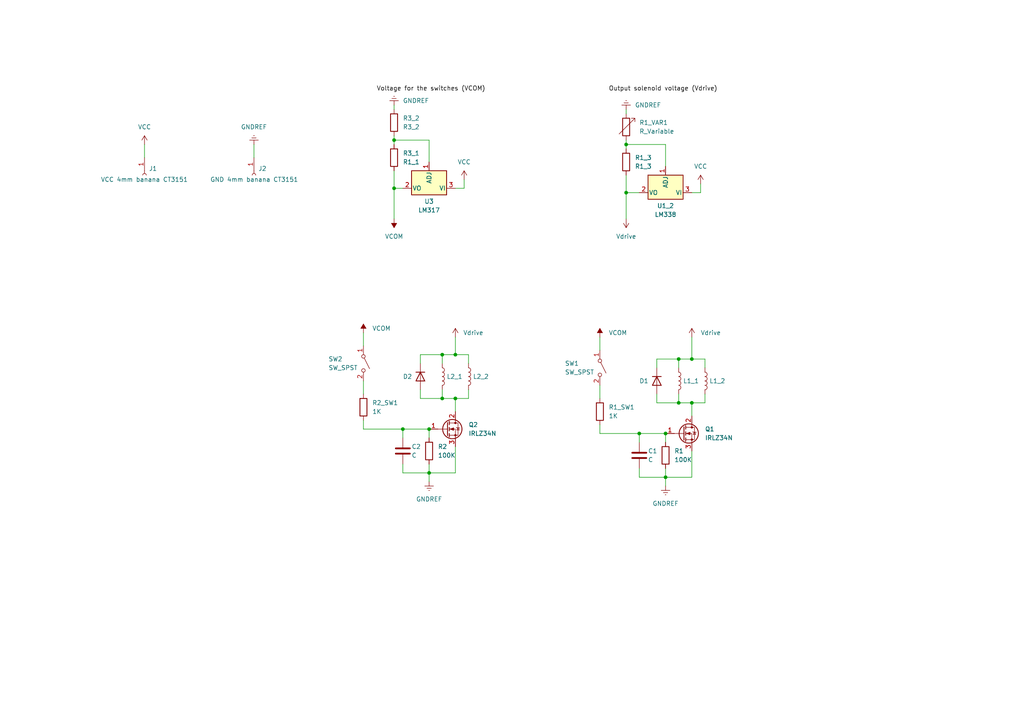
<source format=kicad_sch>
(kicad_sch (version 20211123) (generator eeschema)
  (paper "A4")
  (lib_symbols
    (symbol "Connector:Conn_01x01_Female" (pin_names (offset 1.016) hide)
      (property "Reference" "J" (at 0 2.54 0))
      (property "Value" "Conn_01x01_Female" (at 0 -2.54 0))
      (symbol "Conn_01x01_Female_1_1"
        (polyline (pts (xy -1.27 0) (xy -0.508 0)) (stroke (width 0.1524)))
        (arc (start 0 0.508) (mid -0.508 0) (end 0 -0.508) (stroke (width 0.1524)))
        (pin passive line (at -5.08 0 0) (length 3.81) (name "Pin_1") (number "1"))
      )
    )
    (symbol "Device:C" (pin_numbers hide) (pin_names (offset 0.254))
      (property "Reference" "C" (at 0.635 2.54 0))
      (property "Value" "C" (at 0.635 -2.54 0))
      (symbol "C_0_1"
        (polyline (pts (xy -2.032 -0.762) (xy 2.032 -0.762)) (stroke (width 0.508)))
        (polyline (pts (xy -2.032 0.762) (xy 2.032 0.762)) (stroke (width 0.508)))
      )
      (symbol "C_1_1"
        (pin passive line (at 0 3.81 270) (length 2.794) (name "~") (number "1"))
        (pin passive line (at 0 -3.81 90) (length 2.794) (name "~") (number "2"))
      )
    )
    (symbol "Device:L" (pin_numbers hide) (pin_names (offset 1.016) hide)
      (property "Reference" "L" (at -1.27 0 90))
      (property "Value" "L" (at 1.905 0 90))
      (symbol "L_0_1"
        (arc (start 0 -2.54) (mid 0.635 -1.905) (end 0 -1.27))
        (arc (start 0 -1.27) (mid 0.635 -0.635) (end 0 0))
        (arc (start 0 0) (mid 0.635 0.635) (end 0 1.27))
        (arc (start 0 1.27) (mid 0.635 1.905) (end 0 2.54))
      )
      (symbol "L_1_1"
        (pin passive line (at 0 3.81 270) (length 1.27) (name "1") (number "1"))
        (pin passive line (at 0 -3.81 90) (length 1.27) (name "2") (number "2"))
      )
    )
    (symbol "Device:R" (pin_numbers hide) (pin_names (offset 0))
      (property "Reference" "R" (at 2.032 0 90))
      (property "Value" "R" (at 0 0 90))
      (symbol "R_0_1"
        (rectangle (start -1.016 -2.54) (end 1.016 2.54) (stroke (width 0.254)))
      )
      (symbol "R_1_1"
        (pin passive line (at 0 3.81 270) (length 1.27) (name "~") (number "1"))
        (pin passive line (at 0 -3.81 90) (length 1.27) (name "~") (number "2"))
      )
    )
    (symbol "Device:R_Variable" (pin_numbers hide) (pin_names (offset 0))
      (property "Reference" "R" (at 2.54 -2.54 90))
      (property "Value" "R_Variable" (at -2.54 -1.27 90))
      (symbol "R_Variable_0_1"
        (rectangle (start -1.016 -2.54) (end 1.016 2.54) (stroke (width 0.254)))
        (polyline (pts (xy 2.54 1.524) (xy 2.54 2.54) (xy 1.524 2.54) (xy 2.54 2.54) (xy -2.032 -2.032)))
      )
      (symbol "R_Variable_1_1"
        (pin passive line (at 0 3.81 270) (length 1.27) (name "~") (number "1"))
        (pin passive line (at 0 -3.81 90) (length 1.27) (name "~") (number "2"))
      )
    )
    (symbol "Regulator_Linear:LM317_TO-263" (pin_names (offset 0.254))
      (property "Reference" "U" (at -3.81 3.175 0))
      (property "Value" "LM317_TO-263" (at 0 3.175 0))
      (symbol "LM317_TO-263_0_1"
        (rectangle (start -5.08 1.905) (end 5.08 -5.08) (stroke (width 0.254)) (fill (type background)))
      )
      (symbol "LM317_TO-263_1_1"
        (pin input line (at 0 -7.62 90) (length 2.54) (name "ADJ") (number "1"))
        (pin power_out line (at 7.62 0 180) (length 2.54) (name "VO") (number "2"))
        (pin power_in line (at -7.62 0 0) (length 2.54) (name "VI") (number "3"))
      )
    )
    (symbol "Simulation_SPICE:DIODE" (pin_numbers hide) (pin_names (offset 1.016) hide)
      (property "Reference" "D" (at 0 2.54 0))
      (property "Value" "DIODE" (at 0 -2.54 0))
      (symbol "DIODE_0_1"
        (polyline (pts (xy 1.27 0) (xy -1.27 0)))
        (polyline (pts (xy 1.27 1.27) (xy 1.27 -1.27)) (stroke (width 0.254)))
        (polyline (pts (xy -1.27 -1.27) (xy -1.27 1.27) (xy 1.27 0) (xy -1.27 -1.27)) (stroke (width 0.254)))
      )
      (symbol "DIODE_1_1"
        (pin passive line (at -3.81 0 0) (length 2.54) (name "A") (number "1"))
        (pin passive line (at 3.81 0 180) (length 2.54) (name "K") (number "2"))
      )
    )
    (symbol "Switch:SW_SPST" (pin_names (offset 0) hide)
      (property "Reference" "SW" (at 0 3.175 0))
      (property "Value" "SW_SPST" (at 0 -2.54 0))
      (symbol "SW_SPST_0_0"
        (circle (center -2.032 0) (radius 0.508))
        (polyline (pts (xy -1.524 0.254) (xy 1.524 1.778)))
        (circle (center 2.032 0) (radius 0.508))
      )
      (symbol "SW_SPST_1_1"
        (pin passive line (at -5.08 0 0) (length 2.54) (name "A") (number "1"))
        (pin passive line (at 5.08 0 180) (length 2.54) (name "B") (number "2"))
      )
    )
    (symbol "Transistor_FET:IRLZ34N" (pin_names hide)
      (property "Reference" "Q" (at 6.35 1.905 0))
      (property "Value" "IRLZ34N" (at 6.35 0 0))
      (symbol "IRLZ34N_0_1"
        (polyline (pts (xy 0.254 0) (xy -2.54 0)))
        (polyline (pts (xy 0.254 1.905) (xy 0.254 -1.905)) (stroke (width 0.254)))
        (polyline (pts (xy 0.762 -1.27) (xy 0.762 -2.286)) (stroke (width 0.254)))
        (polyline (pts (xy 0.762 0.508) (xy 0.762 -0.508)) (stroke (width 0.254)))
        (polyline (pts (xy 0.762 2.286) (xy 0.762 1.27)) (stroke (width 0.254)))
        (polyline (pts (xy 2.54 2.54) (xy 2.54 1.778)))
        (polyline (pts (xy 2.54 -2.54) (xy 2.54 0) (xy 0.762 0)))
        (polyline (pts (xy 0.762 -1.778) (xy 3.302 -1.778) (xy 3.302 1.778) (xy 0.762 1.778)))
        (polyline (pts (xy 1.016 0) (xy 2.032 0.381) (xy 2.032 -0.381) (xy 1.016 0)) (fill (type outline)))
        (polyline (pts (xy 2.794 0.508) (xy 2.921 0.381) (xy 3.683 0.381) (xy 3.81 0.254)))
        (polyline (pts (xy 3.302 0.381) (xy 2.921 -0.254) (xy 3.683 -0.254) (xy 3.302 0.381)))
        (circle (center 1.651 0) (radius 2.794) (stroke (width 0.254)))
        (circle (center 2.54 -1.778) (radius 0.254) (fill (type outline)))
        (circle (center 2.54 1.778) (radius 0.254) (fill (type outline)))
      )
      (symbol "IRLZ34N_1_1"
        (pin input line (at -5.08 0 0) (length 2.54) (name "G") (number "1"))
        (pin passive line (at 2.54 5.08 270) (length 2.54) (name "D") (number "2"))
        (pin passive line (at 2.54 -5.08 90) (length 2.54) (name "S") (number "3"))
      )
    )
    (symbol "power:GNDREF" (power) (pin_names (offset 0))
      (property "Value" "GNDREF" (at 0 -3.81 0))
      (symbol "GNDREF_0_1"
        (polyline (pts (xy -0.635 -1.905) (xy 0.635 -1.905)))
        (polyline (pts (xy -0.127 -2.54) (xy 0.127 -2.54)))
        (polyline (pts (xy 0 -1.27) (xy 0 0)))
        (polyline (pts (xy 1.27 -1.27) (xy -1.27 -1.27)))
      )
      (symbol "GNDREF_1_1"
        (pin power_in line (at 0 0 270) (length 0) hide (name "GNDREF") (number "1"))
      )
    )
    (symbol "power:VCC" (power) (pin_names (offset 0))
      (property "Value" "VCC" (at 0 3.81 0))
      (symbol "VCC_0_1"
        (polyline (pts (xy -0.762 1.27) (xy 0 2.54)))
        (polyline (pts (xy 0 0) (xy 0 2.54)))
        (polyline (pts (xy 0 2.54) (xy 0.762 1.27)))
      )
      (symbol "VCC_1_1"
        (pin power_in line (at 0 0 90) (length 0) hide (name "VCC") (number "1"))
      )
    )
    (symbol "power:VCOM" (power) (pin_names (offset 0))
      (property "Value" "VCOM" (at 0 3.81 0))
      (symbol "VCOM_0_1"
        (polyline (pts (xy 0 0) (xy 0 2.54)))
        (polyline (pts (xy 0.762 1.27) (xy -0.762 1.27) (xy 0 2.54) (xy 0.762 1.27)) (fill (type outline)))
      )
      (symbol "VCOM_1_1"
        (pin power_in line (at 0 0 90) (length 0) hide (name "VCOM") (number "1"))
      )
    )
    (symbol "power:Vdrive" (power) (pin_names (offset 0))
      (property "Value" "Vdrive" (at 0 3.81 0))
      (symbol "Vdrive_0_1"
        (polyline (pts (xy -0.762 1.27) (xy 0 2.54)))
        (polyline (pts (xy 0 0) (xy 0 2.54)))
        (polyline (pts (xy 0 2.54) (xy 0.762 1.27)))
      )
      (symbol "Vdrive_1_1"
        (pin power_in line (at 0 0 90) (length 0) hide (name "Vdrive") (number "1"))
      )
    )
  )
  (junction (at 128.27 102.87))
  (junction (at 185.42 125.73))
  (junction (at 132.08 102.87))
  (junction (at 128.27 115.57))
  (junction (at 196.85 116.84))
  (junction (at 132.08 115.57))
  (junction (at 124.46 124.46))
  (junction (at 114.3 40.64))
  (junction (at 181.61 55.88))
  (junction (at 114.3 54.61))
  (junction (at 181.61 41.91))
  (junction (at 124.46 137.16))
  (junction (at 200.66 104.14))
  (junction (at 193.04 125.73))
  (junction (at 196.85 104.14))
  (junction (at 200.66 116.84))
  (junction (at 116.84 124.46))
  (junction (at 193.04 138.43))
  (wire (pts (xy 185.42 125.73) (xy 193.04 125.73)))
  (wire (pts (xy 181.61 31.75) (xy 181.61 33.02)))
  (wire (pts (xy 135.89 102.87) (xy 135.89 105.41)))
  (wire (pts (xy 185.42 125.73) (xy 185.42 128.27)))
  (wire (pts (xy 173.99 125.73) (xy 173.99 123.19)))
  (wire (pts (xy 181.61 55.88) (xy 181.61 63.5)))
  (wire (pts (xy 116.84 124.46) (xy 124.46 124.46)))
  (wire (pts (xy 128.27 102.87) (xy 128.27 105.41)))
  (wire (pts (xy 114.3 30.48) (xy 114.3 31.75)))
  (wire (pts (xy 124.46 139.7) (xy 124.46 137.16)))
  (wire (pts (xy 200.66 130.81) (xy 200.66 138.43)))
  (wire (pts (xy 196.85 104.14) (xy 200.66 104.14)))
  (wire (pts (xy 181.61 41.91) (xy 181.61 43.18)))
  (wire (pts (xy 173.99 97.79) (xy 173.99 101.6)))
  (wire (pts (xy 185.42 138.43) (xy 185.42 135.89)))
  (wire (pts (xy 128.27 113.03) (xy 128.27 115.57)))
  (wire (pts (xy 173.99 125.73) (xy 185.42 125.73)))
  (wire (pts (xy 173.99 111.76) (xy 173.99 115.57)))
  (wire (pts (xy 196.85 114.3) (xy 196.85 116.84)))
  (wire (pts (xy 200.66 104.14) (xy 204.47 104.14)))
  (wire (pts (xy 134.62 52.07) (xy 134.62 54.61)))
  (wire (pts (xy 116.84 137.16) (xy 116.84 134.62)))
  (wire (pts (xy 132.08 137.16) (xy 124.46 137.16)))
  (wire (pts (xy 132.08 129.54) (xy 132.08 137.16)))
  (wire (pts (xy 105.41 110.49) (xy 105.41 114.3)))
  (wire (pts (xy 124.46 137.16) (xy 116.84 137.16)))
  (wire (pts (xy 200.66 116.84) (xy 196.85 116.84)))
  (wire (pts (xy 193.04 125.73) (xy 193.04 128.27)))
  (wire (pts (xy 181.61 41.91) (xy 193.04 41.91)))
  (wire (pts (xy 196.85 104.14) (xy 196.85 106.68)))
  (wire (pts (xy 190.5 114.3) (xy 190.5 116.84)))
  (wire (pts (xy 181.61 40.64) (xy 181.61 41.91)))
  (wire (pts (xy 132.08 115.57) (xy 135.89 115.57)))
  (wire (pts (xy 116.84 54.61) (xy 114.3 54.61)))
  (wire (pts (xy 132.08 115.57) (xy 128.27 115.57)))
  (wire (pts (xy 105.41 124.46) (xy 105.41 121.92)))
  (wire (pts (xy 121.92 105.41) (xy 121.92 102.87)))
  (wire (pts (xy 132.08 97.79) (xy 132.08 102.87)))
  (wire (pts (xy 114.3 54.61) (xy 114.3 63.5)))
  (wire (pts (xy 200.66 97.79) (xy 200.66 104.14)))
  (wire (pts (xy 114.3 40.64) (xy 114.3 41.91)))
  (wire (pts (xy 121.92 115.57) (xy 128.27 115.57)))
  (wire (pts (xy 193.04 41.91) (xy 193.04 48.26)))
  (wire (pts (xy 203.2 53.34) (xy 203.2 55.88)))
  (wire (pts (xy 132.08 102.87) (xy 135.89 102.87)))
  (wire (pts (xy 200.66 116.84) (xy 204.47 116.84)))
  (wire (pts (xy 132.08 115.57) (xy 132.08 119.38)))
  (wire (pts (xy 73.66 41.91) (xy 73.66 45.72)))
  (wire (pts (xy 121.92 113.03) (xy 121.92 115.57)))
  (wire (pts (xy 132.08 54.61) (xy 134.62 54.61)))
  (wire (pts (xy 128.27 102.87) (xy 132.08 102.87)))
  (wire (pts (xy 193.04 138.43) (xy 185.42 138.43)))
  (wire (pts (xy 203.2 55.88) (xy 200.66 55.88)))
  (wire (pts (xy 41.91 41.91) (xy 41.91 45.72)))
  (wire (pts (xy 193.04 140.97) (xy 193.04 138.43)))
  (wire (pts (xy 190.5 116.84) (xy 196.85 116.84)))
  (wire (pts (xy 200.66 138.43) (xy 193.04 138.43)))
  (wire (pts (xy 124.46 134.62) (xy 124.46 137.16)))
  (wire (pts (xy 190.5 104.14) (xy 196.85 104.14)))
  (wire (pts (xy 185.42 55.88) (xy 181.61 55.88)))
  (wire (pts (xy 114.3 40.64) (xy 124.46 40.64)))
  (wire (pts (xy 193.04 135.89) (xy 193.04 138.43)))
  (wire (pts (xy 114.3 39.37) (xy 114.3 40.64)))
  (wire (pts (xy 114.3 49.53) (xy 114.3 54.61)))
  (wire (pts (xy 190.5 106.68) (xy 190.5 104.14)))
  (wire (pts (xy 204.47 104.14) (xy 204.47 106.68)))
  (wire (pts (xy 200.66 116.84) (xy 200.66 120.65)))
  (wire (pts (xy 204.47 114.3) (xy 204.47 116.84)))
  (wire (pts (xy 121.92 102.87) (xy 128.27 102.87)))
  (wire (pts (xy 105.41 96.52) (xy 105.41 100.33)))
  (wire (pts (xy 124.46 46.99) (xy 124.46 40.64)))
  (wire (pts (xy 181.61 50.8) (xy 181.61 55.88)))
  (wire (pts (xy 124.46 124.46) (xy 124.46 127)))
  (wire (pts (xy 116.84 124.46) (xy 116.84 127)))
  (wire (pts (xy 135.89 113.03) (xy 135.89 115.57)))
  (wire (pts (xy 105.41 124.46) (xy 116.84 124.46)))
  (label "Voltage for the switches (VCOM)" (at 109.22 26.67 0))
  (label "Output solenoid voltage (Vdrive)" (at 176.53 26.67 0))
  (symbol (lib_id "Simulation_SPICE:DIODE") (at 190.5 110.49 90) (unit 1)
    (property "Reference" "D1" (at 185.42 110.49 90) (effects (justify right)))
    (property "Value" "DIODE" (effects hide))
    (property "Footprint" "Diode_SMD:D_SMA-SMB_Universal_Handsoldering" (effects hide))
    (property "Spice_Netlist_Enabled" "Y" (effects hide))
    (property "Spice_Primitive" "D" (effects hide))
  )
  (symbol (lib_id "Regulator_Linear:LM317_TO-263") (at 193.04 55.88 180) (unit 1)
    (property "Reference" "U1_2" (at 193.04 59.69 0))
    (property "Value" "LM338" (at 193.04 62.23 0))
    (property "Footprint" "Package_TO_SOT_THT:TO-220-3_Horizontal_TabDown" (effects hide))
    (property "Datasheet" "http://www.ti.com/lit/ds/symlink/lm317.pdf" (effects hide))
  )
  (symbol (lib_id "Switch:SW_SPST") (at 173.99 106.68 270) (unit 1)
    (property "Reference" "SW1" (at 163.83 105.41 90) (effects (justify left)))
    (property "Value" "SW_SPST" (at 163.83 107.95 90) (effects (justify left)))
    (property "Footprint" "Connector_JST:JST_EH_S2B-EH_1x02_P2.50mm_Horizontal" (effects hide))
  )
  (symbol (lib_id "power:VCC") (at 203.2 53.34 0) (unit 1)
    (property "Reference" "#PWR0111" (effects hide))
    (property "Value" "VCC" (at 203.2 48.26 0))
  )
  (symbol (lib_id "power:GNDREF") (at 73.66 41.91 180) (unit 1)
    (property "Reference" "#PWR0112" (effects hide))
    (property "Value" "GNDREF" (at 69.85 36.83 0) (effects (justify right)))
  )
  (symbol (lib_id "power:VCC") (at 134.62 52.07 0) (unit 1)
    (property "Reference" "#PWR0109" (effects hide))
    (property "Value" "VCC" (at 134.62 46.99 0))
  )
  (symbol (lib_id "Device:L") (at 196.85 110.49 0) (unit 1)
    (property "Reference" "L1_1" (at 198.12 110.4899 0) (effects (justify left)))
    (property "Value" "L" (effects hide))
    (property "Footprint" "Connector_JST:JST_EH_S2B-EH_1x02_P2.50mm_Horizontal" (effects hide))
  )
  (symbol (lib_id "Transistor_FET:IRLZ34N") (at 129.54 124.46 0) (unit 1)
    (property "Reference" "Q2" (at 135.89 123.1899 0) (effects (justify left)))
    (property "Value" "IRLZ34N" (at 135.89 125.7299 0) (effects (justify left)))
    (property "Footprint" "Package_TO_SOT_THT:TO-220-3_Horizontal_TabDown" (effects hide))
    (property "Datasheet" "http://www.infineon.com/dgdl/irlz34npbf.pdf?fileId=5546d462533600a40153567206892720" (effects hide))
  )
  (symbol (lib_id "Device:L") (at 204.47 110.49 0) (unit 1)
    (property "Reference" "L1_2" (at 205.74 110.4899 0) (effects (justify left)))
    (property "Value" "L" (effects hide))
    (property "Footprint" "Connector_JST:JST_EH_S2B-EH_1x02_P2.50mm_Horizontal" (effects hide))
  )
  (symbol (lib_id "Device:R") (at 105.41 118.11 0) (unit 1)
    (property "Reference" "R2_SW1" (at 107.95 116.8399 0) (effects (justify left)))
    (property "Value" "1K" (at 107.95 119.3799 0) (effects (justify left)))
    (property "Footprint" "Resistor_SMD:R_0805_2012Metric_Pad1.20x1.40mm_HandSolder" (effects hide))
  )
  (symbol (lib_id "Switch:SW_SPST") (at 105.41 105.41 270) (unit 1)
    (property "Reference" "SW2" (at 95.25 104.14 90) (effects (justify left)))
    (property "Value" "SW_SPST" (at 95.25 106.68 90) (effects (justify left)))
    (property "Footprint" "Connector_JST:JST_EH_S2B-EH_1x02_P2.50mm_Horizontal" (effects hide))
  )
  (symbol (lib_id "Connector:Conn_01x01_Female") (at 41.91 50.8 270) (unit 1)
    (property "Reference" "J1" (at 43.18 48.8949 90) (effects (justify left)))
    (property "Value" "VCC 4mm banana CT3151" (at 29.21 52.07 90) (effects (justify left)))
    (property "Footprint" "Connector:CalTest_CT3151" (effects hide))
  )
  (symbol (lib_id "Device:R") (at 114.3 45.72 0) (unit 1)
    (property "Reference" "R3_1" (at 116.84 44.4499 0) (effects (justify left)))
    (property "Value" "R1_1" (at 116.84 46.9899 0) (effects (justify left)))
    (property "Footprint" "Resistor_SMD:R_0805_2012Metric_Pad1.20x1.40mm_HandSolder" (effects hide))
  )
  (symbol (lib_id "Device:C") (at 185.42 132.08 0) (unit 1)
    (property "Reference" "C1" (at 187.96 130.81 0) (effects (justify left)))
    (property "Value" "C" (at 187.96 133.35 0) (effects (justify left)))
    (property "Footprint" "Resistor_SMD:R_0805_2012Metric_Pad1.20x1.40mm_HandSolder" (effects hide))
  )
  (symbol (lib_id "Device:R") (at 124.46 130.81 0) (unit 1)
    (property "Reference" "R2" (at 127 129.5399 0) (effects (justify left)))
    (property "Value" "100K" (at 127 132.0799 0) (effects (justify left)))
    (property "Footprint" "Resistor_SMD:R_0805_2012Metric_Pad1.20x1.40mm_HandSolder" (effects hide))
  )
  (symbol (lib_id "power:Vdrive") (at 181.61 63.5 180) (unit 1)
    (property "Reference" "#PWR0103" (effects hide))
    (property "Value" "Vdrive" (at 181.61 68.58 0))
  )
  (symbol (lib_id "Device:R") (at 181.61 46.99 0) (unit 1)
    (property "Reference" "R1_3" (at 184.15 45.7199 0) (effects (justify left)))
    (property "Value" "R1_3" (at 184.15 48.2599 0) (effects (justify left)))
    (property "Footprint" "Resistor_SMD:R_0805_2012Metric_Pad1.20x1.40mm_HandSolder" (effects hide))
  )
  (symbol (lib_id "Simulation_SPICE:DIODE") (at 121.92 109.22 90) (unit 1)
    (property "Reference" "D2" (at 116.84 109.22 90) (effects (justify right)))
    (property "Value" "DIODE" (effects hide))
    (property "Footprint" "Diode_SMD:D_SMA-SMB_Universal_Handsoldering" (effects hide))
    (property "Spice_Netlist_Enabled" "Y" (effects hide))
    (property "Spice_Primitive" "D" (effects hide))
  )
  (symbol (lib_id "power:GNDREF") (at 114.3 30.48 180) (unit 1)
    (property "Reference" "#PWR0110" (effects hide))
    (property "Value" "GNDREF" (at 116.84 29.2099 0) (effects (justify right)))
  )
  (symbol (lib_id "Connector:Conn_01x01_Female") (at 73.66 50.8 270) (unit 1)
    (property "Reference" "J2" (at 74.93 48.8949 90) (effects (justify left)))
    (property "Value" "GND 4mm banana CT3151" (at 60.96 52.07 90) (effects (justify left)))
    (property "Footprint" "Connector:CalTest_CT3151" (effects hide))
  )
  (symbol (lib_id "Device:R") (at 114.3 35.56 0) (unit 1)
    (property "Reference" "R3_2" (at 116.84 34.2899 0) (effects (justify left)))
    (property "Value" "R3_2" (at 116.84 36.8299 0) (effects (justify left)))
    (property "Footprint" "Resistor_SMD:R_0805_2012Metric_Pad1.20x1.40mm_HandSolder" (effects hide))
  )
  (symbol (lib_id "power:Vdrive") (at 132.08 97.79 0) (unit 1)
    (property "Reference" "#PWR0114" (effects hide))
    (property "Value" "Vdrive" (at 134.3205 96.5199 0) (effects (justify left)))
  )
  (symbol (lib_id "Device:C") (at 116.84 130.81 0) (unit 1)
    (property "Reference" "C2" (at 119.38 129.54 0) (effects (justify left)))
    (property "Value" "C" (at 119.38 132.08 0) (effects (justify left)))
    (property "Footprint" "Resistor_SMD:R_0805_2012Metric_Pad1.20x1.40mm_HandSolder" (effects hide))
  )
  (symbol (lib_id "Device:R_Variable") (at 181.61 36.83 0) (unit 1)
    (property "Reference" "R1_VAR1" (at 185.42 35.5599 0) (effects (justify left)))
    (property "Value" "R_Variable" (at 185.42 38.0999 0) (effects (justify left)))
    (property "Footprint" "Resistor_THT:R_Axial_DIN0204_L3.6mm_D1.6mm_P1.90mm_Vertical" (effects hide))
  )
  (symbol (lib_id "power:VCOM") (at 114.3 63.5 180) (unit 1)
    (property "Reference" "#PWR0106" (effects hide))
    (property "Value" "VCOM" (at 114.3 68.58 0))
  )
  (symbol (lib_id "Transistor_FET:IRLZ34N") (at 198.12 125.73 0) (unit 1)
    (property "Reference" "Q1" (at 204.47 124.4599 0) (effects (justify left)))
    (property "Value" "IRLZ34N" (at 204.47 126.9999 0) (effects (justify left)))
    (property "Footprint" "Package_TO_SOT_THT:TO-220-3_Horizontal_TabDown" (effects hide))
    (property "Datasheet" "http://www.infineon.com/dgdl/irlz34npbf.pdf?fileId=5546d462533600a40153567206892720" (effects hide))
  )
  (symbol (lib_id "power:Vdrive") (at 200.66 97.79 0) (unit 1)
    (property "Reference" "#PWR0105" (effects hide))
    (property "Value" "Vdrive" (at 203.2 96.5199 0) (effects (justify left)))
  )
  (symbol (lib_id "power:VCC") (at 41.91 41.91 0) (unit 1)
    (property "Reference" "#PWR0113" (effects hide))
    (property "Value" "VCC" (at 41.91 36.83 0))
  )
  (symbol (lib_id "Device:R") (at 193.04 132.08 0) (unit 1)
    (property "Reference" "R1" (at 195.58 130.8099 0) (effects (justify left)))
    (property "Value" "100K" (at 195.58 133.3499 0) (effects (justify left)))
    (property "Footprint" "Resistor_SMD:R_0805_2012Metric_Pad1.20x1.40mm_HandSolder" (effects hide))
  )
  (symbol (lib_id "Device:L") (at 135.89 109.22 0) (unit 1)
    (property "Reference" "L2_2" (at 137.16 109.2199 0) (effects (justify left)))
    (property "Value" "L" (effects hide))
    (property "Footprint" "Connector_JST:JST_EH_S2B-EH_1x02_P2.50mm_Horizontal" (effects hide))
  )
  (symbol (lib_id "power:VCOM") (at 105.41 96.52 0) (unit 1)
    (property "Reference" "#PWR0104" (effects hide))
    (property "Value" "VCOM" (at 107.95 95.2499 0) (effects (justify left)))
  )
  (symbol (lib_id "Device:L") (at 128.27 109.22 0) (unit 1)
    (property "Reference" "L2_1" (at 129.54 109.2199 0) (effects (justify left)))
    (property "Value" "L" (effects hide))
    (property "Footprint" "Connector_JST:JST_EH_S2B-EH_1x02_P2.50mm_Horizontal" (effects hide))
  )
  (symbol (lib_id "power:VCOM") (at 173.99 97.79 0) (unit 1)
    (property "Reference" "#PWR0108" (effects hide))
    (property "Value" "VCOM" (at 176.53 96.5199 0) (effects (justify left)))
  )
  (symbol (lib_id "power:GNDREF") (at 124.46 139.7 0) (unit 1)
    (property "Reference" "#PWR0102" (effects hide))
    (property "Value" "GNDREF" (at 124.46 144.78 0))
  )
  (symbol (lib_id "Regulator_Linear:LM317_TO-263") (at 124.46 54.61 180) (unit 1)
    (property "Reference" "U3" (at 124.46 58.42 0))
    (property "Value" "LM317" (at 124.46 60.96 0))
    (property "Footprint" "Package_TO_SOT_SMD:TO-263-2" (effects hide))
    (property "Datasheet" "http://www.ti.com/lit/ds/symlink/lm317.pdf" (effects hide))
  )
  (symbol (lib_id "power:GNDREF") (at 193.04 140.97 0) (unit 1)
    (property "Reference" "#PWR0101" (effects hide))
    (property "Value" "GNDREF" (at 193.04 146.05 0))
  )
  (symbol (lib_id "Device:R") (at 173.99 119.38 0) (unit 1)
    (property "Reference" "R1_SW1" (at 176.53 118.1099 0) (effects (justify left)))
    (property "Value" "1K" (at 176.53 120.6499 0) (effects (justify left)))
    (property "Footprint" "Resistor_SMD:R_0805_2012Metric_Pad1.20x1.40mm_HandSolder" (effects hide))
  )
  (symbol (lib_id "power:GNDREF") (at 181.61 31.75 180) (unit 1)
    (property "Reference" "#PWR0107" (effects hide))
    (property "Value" "GNDREF" (at 184.15 30.4799 0) (effects (justify right)))
  )
)
</source>
